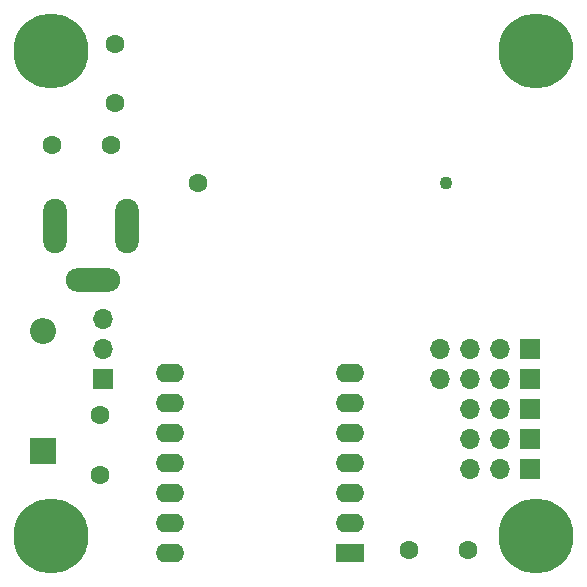
<source format=gbs>
%TF.GenerationSoftware,KiCad,Pcbnew,(6.0.1)*%
%TF.CreationDate,2022-08-13T11:54:52-04:00*%
%TF.ProjectId,QTPy49,51545079-3439-42e6-9b69-6361645f7063,rev?*%
%TF.SameCoordinates,PXfffe7320PYffff9cc8*%
%TF.FileFunction,Soldermask,Bot*%
%TF.FilePolarity,Negative*%
%FSLAX46Y46*%
G04 Gerber Fmt 4.6, Leading zero omitted, Abs format (unit mm)*
G04 Created by KiCad (PCBNEW (6.0.1)) date 2022-08-13 11:54:52*
%MOMM*%
%LPD*%
G01*
G04 APERTURE LIST*
%ADD10R,1.700000X1.700000*%
%ADD11O,1.700000X1.700000*%
%ADD12C,6.350000*%
%ADD13C,1.600000*%
%ADD14O,2.000000X4.600000*%
%ADD15O,4.600000X2.000000*%
%ADD16C,1.100000*%
%ADD17R,2.400000X1.600000*%
%ADD18O,2.400000X1.600000*%
%ADD19R,2.200000X2.200000*%
%ADD20O,2.200000X2.200000*%
G04 APERTURE END LIST*
D10*
%TO.C,J7*%
X44648882Y-36855400D03*
D11*
X42108882Y-36855400D03*
X39568882Y-36855400D03*
%TD*%
D12*
%TO.C,MTG1*%
X4101600Y-4025400D03*
%TD*%
%TO.C,MTG2*%
X45101600Y-4025400D03*
%TD*%
%TO.C,MTG4*%
X45101600Y-45025400D03*
%TD*%
D10*
%TO.C,J8*%
X44633882Y-39395400D03*
D11*
X42093882Y-39395400D03*
X39553882Y-39395400D03*
%TD*%
D13*
%TO.C,C5*%
X8204200Y-39863400D03*
X8204200Y-34863400D03*
%TD*%
D12*
%TO.C,MTG3*%
X4101600Y-45025400D03*
%TD*%
D14*
%TO.C,J1*%
X10494200Y-18821400D03*
X4394200Y-18821400D03*
D15*
X7594200Y-23421400D03*
%TD*%
D16*
%TO.C,J3*%
X37484200Y-15178900D03*
D13*
X16484200Y-15178900D03*
%TD*%
%TO.C,C1*%
X9180200Y-11963400D03*
X4180200Y-11963400D03*
%TD*%
D10*
%TO.C,J6*%
X44633882Y-34315400D03*
D11*
X42093882Y-34315400D03*
X39553882Y-34315400D03*
%TD*%
D10*
%TO.C,J5*%
X44638882Y-31775400D03*
D11*
X42098882Y-31775400D03*
X39558882Y-31775400D03*
X37018882Y-31775400D03*
%TD*%
D10*
%TO.C,J2*%
X8458200Y-31760400D03*
D11*
X8458200Y-29220400D03*
X8458200Y-26680400D03*
%TD*%
D13*
%TO.C,C6*%
X39406200Y-46253400D03*
X34406200Y-46253400D03*
%TD*%
D17*
%TO.C,BRD1*%
X29408882Y-46472682D03*
D18*
X29408882Y-43932682D03*
X29408882Y-41392682D03*
X29408882Y-38852682D03*
X29408882Y-36312682D03*
X29408882Y-33772682D03*
X29408882Y-31232682D03*
X14168882Y-31232682D03*
X14168882Y-33772682D03*
X14168882Y-36312682D03*
X14168882Y-38852682D03*
X14168882Y-41392682D03*
X14168882Y-43932682D03*
X14168882Y-46472682D03*
%TD*%
D13*
%TO.C,C4*%
X9474200Y-8407400D03*
X9474200Y-3407400D03*
%TD*%
D10*
%TO.C,J4*%
X44648882Y-29235400D03*
D11*
X42108882Y-29235400D03*
X39568882Y-29235400D03*
X37028882Y-29235400D03*
%TD*%
D19*
%TO.C,D1*%
X3378200Y-37871400D03*
D20*
X3378200Y-27711400D03*
%TD*%
M02*

</source>
